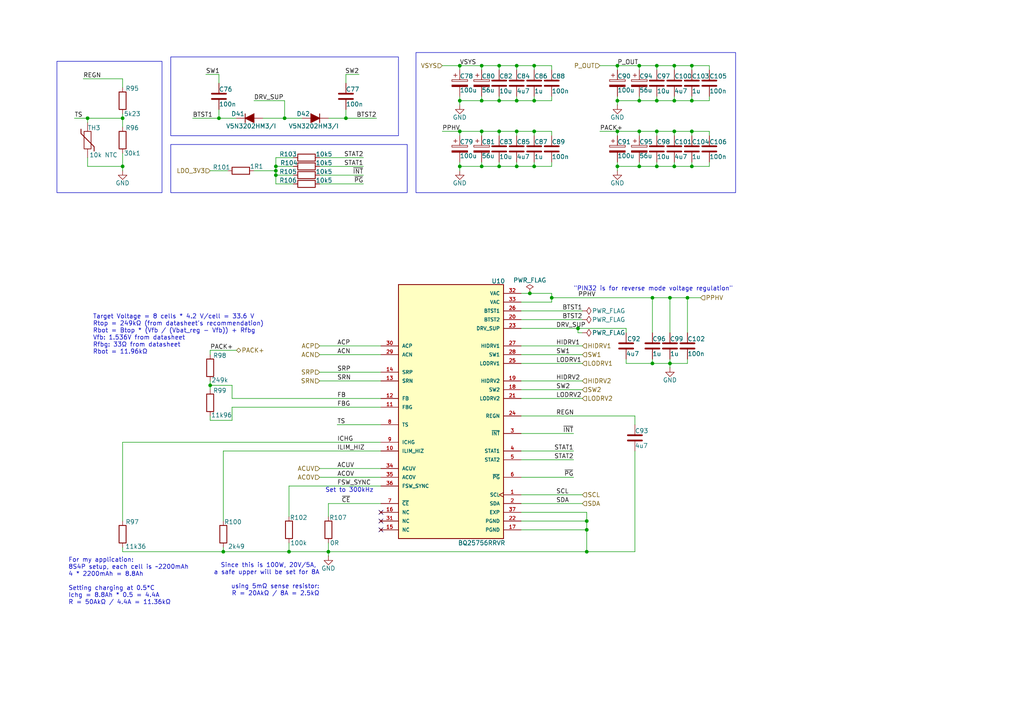
<source format=kicad_sch>
(kicad_sch (version 20250114) (generator "eeschema") (generator_version "9.0")
  (paper "A4")
  (lib_symbols
    (symbol "BQ25756RRVR:BQ25756RRVR" (pin_names (offset 1.016))
      (property "Reference" "U" (at 14.224 38.862 0))
      (property "Value" "BQ25756RRVR" (at -15.24 -38.1 0))
      (symbol "BQ25756RRVR_0_0"
        (rectangle (start -15.24 38.1) (end 15.24 -35.56) (stroke (width 0.254)) (fill (type background)))
        (pin input line (at -20.32 20.32 0) (length 5.08) (name "ACP") (number "30"))
        (pin input line (at -20.32 17.78 0) (length 5.08) (name "ACN") (number "29"))
        (pin input line (at -20.32 12.7 0) (length 5.08) (name "SRP") (number "14"))
        (pin input line (at -20.32 10.16 0) (length 5.08) (name "SRN") (number "13"))
        (pin input line (at -20.32 5.08 0) (length 5.08) (name "FB") (number "12"))
        (pin input line (at -20.32 2.54 0) (length 5.08) (name "FBG") (number "11"))
        (pin input line (at -20.32 -2.54 0) (length 5.08) (name "TS") (number "8"))
        (pin input line (at -20.32 -7.62 0) (length 5.08) (name "ICHG") (number "9"))
        (pin input line (at -20.32 -10.16 0) (length 5.08) (name "ILIM_HIZ") (number "10"))
        (pin input line (at -20.32 -15.24 0) (length 5.08) (name "ACUV") (number "34"))
        (pin input line (at -20.32 -17.78 0) (length 5.08) (name "ACOV") (number "35"))
        (pin input line (at -20.32 -20.32 0) (length 5.08) (name "FSW_SYNC") (number "36"))
        (pin bidirectional line (at -20.32 -25.4 0) (length 5.08) (name "~{CE}") (number "7"))
        (pin no_connect line (at -20.32 -27.94 0) (length 5.08) (name "NC") (number "16"))
        (pin no_connect line (at -20.32 -30.48 0) (length 5.08) (name "NC") (number "31"))
        (pin no_connect line (at -20.32 -33.02 0) (length 5.08) (name "NC") (number "15"))
        (pin power_in line (at 20.32 35.56 180) (length 5.08) (name "VAC") (number "32"))
        (pin power_in line (at 20.32 33.02 180) (length 5.08) (name "VAC") (number "33"))
        (pin power_in line (at 20.32 30.48 180) (length 5.08) (name "BTST1") (number "26"))
        (pin power_in line (at 20.32 27.94 180) (length 5.08) (name "BTST2") (number "20"))
        (pin power_in line (at 20.32 25.4 180) (length 5.08) (name "DRV_SUP") (number "23"))
        (pin output line (at 20.32 20.32 180) (length 5.08) (name "HIDRV1") (number "27"))
        (pin output line (at 20.32 17.78 180) (length 5.08) (name "SW1") (number "28"))
        (pin output line (at 20.32 15.24 180) (length 5.08) (name "LODRV1") (number "25"))
        (pin output line (at 20.32 10.16 180) (length 5.08) (name "HIDRV2") (number "19"))
        (pin output line (at 20.32 7.62 180) (length 5.08) (name "SW2") (number "18"))
        (pin output line (at 20.32 5.08 180) (length 5.08) (name "LODRV2") (number "21"))
        (pin output line (at 20.32 0 180) (length 5.08) (name "REGN") (number "24"))
        (pin output line (at 20.32 -5.08 180) (length 5.08) (name "~{INT}") (number "3"))
        (pin output line (at 20.32 -10.16 180) (length 5.08) (name "STAT1") (number "4"))
        (pin output line (at 20.32 -12.7 180) (length 5.08) (name "STAT2") (number "5"))
        (pin output line (at 20.32 -17.78 180) (length 5.08) (name "~{PG}") (number "6"))
        (pin input clock (at 20.32 -22.86 180) (length 5.08) (name "SCL") (number "1"))
        (pin bidirectional line (at 20.32 -25.4 180) (length 5.08) (name "SDA") (number "2"))
        (pin power_in line (at 20.32 -27.94 180) (length 5.08) (name "EXP") (number "37"))
        (pin power_in line (at 20.32 -30.48 180) (length 5.08) (name "PGND") (number "22"))
        (pin power_in line (at 20.32 -33.02 180) (length 5.08) (name "PGND") (number "17"))
      )
    )
    (symbol "Device:C" (pin_numbers (hide yes)) (pin_names (offset 0.254))
      (property "Reference" "C" (at 0.635 2.54 0))
      (property "Value" "C" (at 0.635 -2.54 0))
      (symbol "C_0_1"
        (polyline (pts (xy -2.032 0.762) (xy 2.032 0.762)) (stroke (width 0.508)))
        (polyline (pts (xy -2.032 -0.762) (xy 2.032 -0.762)) (stroke (width 0.508)))
      )
      (symbol "C_1_1"
        (pin passive line (at 0 3.81 270) (length 2.794) (name "~") (number "1"))
        (pin passive line (at 0 -3.81 90) (length 2.794) (name "~") (number "2"))
      )
    )
    (symbol "Device:C_Polarized" (pin_numbers (hide yes)) (pin_names (offset 0.254))
      (property "Reference" "C" (at 0.635 2.54 0))
      (property "Value" "C_Polarized" (at 0.635 -2.54 0))
      (symbol "C_Polarized_0_1"
        (rectangle (start -2.286 0.508) (end 2.286 1.016))
        (polyline (pts (xy -1.778 2.286) (xy -0.762 2.286)))
        (polyline (pts (xy -1.27 2.794) (xy -1.27 1.778)))
        (rectangle (start 2.286 -0.508) (end -2.286 -1.016) (fill (type outline)))
      )
      (symbol "C_Polarized_1_1"
        (pin passive line (at 0 3.81 270) (length 2.794) (name "~") (number "1"))
        (pin passive line (at 0 -3.81 90) (length 2.794) (name "~") (number "2"))
      )
    )
    (symbol "Device:D_Filled" (pin_numbers (hide yes)) (pin_names (offset 1.016) (hide yes))
      (property "Reference" "D" (at 0 2.54 0))
      (property "Value" "D_Filled" (at 0 -2.54 0))
      (symbol "D_Filled_0_1"
        (polyline (pts (xy -1.27 1.27) (xy -1.27 -1.27)) (stroke (width 0.254)))
        (polyline (pts (xy 1.27 1.27) (xy 1.27 -1.27) (xy -1.27 0) (xy 1.27 1.27)) (stroke (width 0.254)) (fill (type outline)))
        (polyline (pts (xy 1.27 0) (xy -1.27 0)))
      )
      (symbol "D_Filled_1_1"
        (pin passive line (at -3.81 0 0) (length 2.54) (name "K") (number "1"))
        (pin passive line (at 3.81 0 180) (length 2.54) (name "A") (number "2"))
      )
    )
    (symbol "Device:R" (pin_numbers (hide yes)) (pin_names (offset 0))
      (property "Reference" "R" (at 2.032 0 90))
      (property "Value" "R" (at 0 0 90))
      (symbol "R_0_1"
        (rectangle (start -1.016 -2.54) (end 1.016 2.54) (stroke (width 0.254)))
      )
      (symbol "R_1_1"
        (pin passive line (at 0 3.81 270) (length 1.27) (name "~") (number "1"))
        (pin passive line (at 0 -3.81 90) (length 1.27) (name "~") (number "2"))
      )
    )
    (symbol "Device:Thermistor" (pin_numbers (hide yes)) (pin_names (offset 0))
      (property "Reference" "TH" (at 2.54 1.27 90))
      (property "Value" "Thermistor" (at -2.54 0 90))
      (symbol "Thermistor_0_1"
        (polyline (pts (xy -1.905 3.175) (xy -1.905 1.905) (xy 1.905 -1.905) (xy 1.905 -3.175) (xy 1.905 -3.175)) (stroke (width 0.254)))
        (rectangle (start -1.016 2.54) (end 1.016 -2.54) (stroke (width 0.2032)))
      )
      (symbol "Thermistor_1_1"
        (pin passive line (at 0 5.08 270) (length 2.54) (name "~") (number "1"))
        (pin passive line (at 0 -5.08 90) (length 2.54) (name "~") (number "2"))
      )
    )
    (symbol "power:GND" (power) (pin_numbers (hide yes)) (pin_names (offset 0) (hide yes))
      (property "Value" "GND" (at 0 -3.81 0))
      (symbol "GND_0_1"
        (polyline (pts (xy 0 0) (xy 0 -1.27) (xy 1.27 -1.27) (xy 0 -2.54) (xy -1.27 -1.27) (xy 0 -1.27)))
      )
      (symbol "GND_1_1"
        (pin power_in line (at 0 0 270) (length 0) (name "~") (number "1"))
      )
    )
    (symbol "power:PWR_FLAG" (power) (pin_numbers (hide yes)) (pin_names (offset 0) (hide yes))
      (property "Value" "PWR_FLAG" (at 0 3.81 0))
      (symbol "PWR_FLAG_0_0"
        (pin power_out line (at 0 0 90) (length 0) (name "~") (number "1"))
      )
      (symbol "PWR_FLAG_0_1"
        (polyline (pts (xy 0 0) (xy 0 1.27) (xy -1.016 1.905) (xy 0 2.54) (xy 1.016 1.905) (xy 0 1.27)))
      )
    )
  )
  (rectangle (start 49.53 41.91) (end 118.11 55.88))
  (rectangle (start 120.65 15.24) (end 213.36 55.88))
  (rectangle (start 16.51 17.78) (end 46.99 55.88))
  (rectangle (start 49.53 16.51) (end 115.57 39.37))
  (text "For my application:\n8S4P setup, each cell is ~2200mAh\n4 * 2200mAh = 8.8Ah\n\nSetting charging at 0.5*C\nIchg = 8.8Ah * 0.5 = 4.4A\nR = 50AkΩ / 4.4A = 11.36kΩ" (at 19.812 168.656 0) (effects (font (size 1.27 1.27)) (justify left)))
  (text "Since this is 100W, 20V/5A, \na safe upper will be set for 8A\n\nusing 5mΩ sense resistor:\nR = 20AkΩ / 8A = 2.5kΩ" (at 92.71 168.148 0) (effects (font (size 1.27 1.27)) (justify right)))
  (text "Target Voltage = 8 cells * 4.2 V/cell = 33.6 V\nRtop = 249kΩ (from datasheet's recommendation)\nRbot = Btop * (Vfb / (Vbat_reg - Vfb)) + Rfbg\nVfb: 1.536V from datasheet\nRfbg: 33Ω from datasheet\nRbot = 11.96kΩ" (at 26.924 97.028 0) (effects (font (size 1.27 1.27)) (justify left)))
  (text "Set to 300kHz" (at 101.346 142.24 0) (effects (font (size 1.27 1.27))))
  (text "\"PIN32 is for reverse mode voltage regulation\"" (at 189.484 83.82 0) (effects (font (size 1.27 1.27))))
  (junction (at 160.02 86.36))
  (junction (at 25.4 34.29))
  (junction (at 190.5 29.21))
  (junction (at 149.86 29.21))
  (junction (at 195.58 19.05))
  (junction (at 200.66 48.26))
  (junction (at 153.67 85.09))
  (junction (at 179.07 48.26))
  (junction (at 170.18 151.13))
  (junction (at 149.86 19.05))
  (junction (at 179.07 19.05))
  (junction (at 63.5 34.29))
  (junction (at 189.23 86.36))
  (junction (at 35.56 48.26))
  (junction (at 144.78 19.05))
  (junction (at 100.33 34.29))
  (junction (at 133.35 29.21))
  (junction (at 200.66 19.05))
  (junction (at 195.58 38.1))
  (junction (at 185.42 19.05))
  (junction (at 185.42 29.21))
  (junction (at 189.23 105.41))
  (junction (at 83.82 160.02))
  (junction (at 80.01 49.53))
  (junction (at 64.77 160.02))
  (junction (at 133.35 19.05))
  (junction (at 194.31 86.36))
  (junction (at 194.31 105.41))
  (junction (at 195.58 48.26))
  (junction (at 144.78 29.21))
  (junction (at 179.07 29.21))
  (junction (at 185.42 48.26))
  (junction (at 199.39 86.36))
  (junction (at 144.78 38.1))
  (junction (at 139.7 29.21))
  (junction (at 195.58 29.21))
  (junction (at 154.94 48.26))
  (junction (at 190.5 38.1))
  (junction (at 170.18 153.67))
  (junction (at 139.7 38.1))
  (junction (at 154.94 38.1))
  (junction (at 154.94 29.21))
  (junction (at 200.66 38.1))
  (junction (at 185.42 38.1))
  (junction (at 167.64 95.25))
  (junction (at 133.35 48.26))
  (junction (at 190.5 19.05))
  (junction (at 149.86 38.1))
  (junction (at 190.5 48.26))
  (junction (at 133.35 38.1))
  (junction (at 139.7 19.05))
  (junction (at 80.01 48.26))
  (junction (at 170.18 160.02))
  (junction (at 179.07 38.1))
  (junction (at 144.78 48.26))
  (junction (at 80.01 50.8))
  (junction (at 154.94 19.05))
  (junction (at 149.86 48.26))
  (junction (at 200.66 29.21))
  (junction (at 60.96 111.76))
  (junction (at 95.25 160.02))
  (junction (at 139.7 48.26))
  (junction (at 82.55 34.29))
  (junction (at 35.56 34.29))
  (no_connect (at 110.49 153.67))
  (no_connect (at 110.49 151.13))
  (no_connect (at 110.49 148.59))
  (wire (pts (xy 185.42 19.05) (xy 185.42 20.32)))
  (wire (pts (xy 85.09 48.26) (xy 80.01 48.26)))
  (wire (pts (xy 179.07 48.26) (xy 185.42 48.26)))
  (wire (pts (xy 35.56 22.86) (xy 35.56 25.4)))
  (wire (pts (xy 35.56 128.27) (xy 35.56 151.13)))
  (wire (pts (xy 80.01 45.72) (xy 80.01 48.26)))
  (wire (pts (xy 80.01 49.53) (xy 80.01 50.8)))
  (wire (pts (xy 184.15 130.81) (xy 184.15 160.02)))
  (wire (pts (xy 128.27 19.05) (xy 133.35 19.05)))
  (wire (pts (xy 83.82 160.02) (xy 95.25 160.02)))
  (wire (pts (xy 195.58 48.26) (xy 200.66 48.26)))
  (wire (pts (xy 154.94 48.26) (xy 160.02 48.26)))
  (wire (pts (xy 199.39 104.14) (xy 199.39 105.41)))
  (wire (pts (xy 60.96 121.92) (xy 60.96 120.65)))
  (wire (pts (xy 167.64 96.52) (xy 167.64 95.25)))
  (wire (pts (xy 185.42 38.1) (xy 190.5 38.1)))
  (wire (pts (xy 179.07 46.99) (xy 179.07 48.26)))
  (wire (pts (xy 35.56 44.45) (xy 35.56 48.26)))
  (wire (pts (xy 35.56 160.02) (xy 35.56 158.75)))
  (wire (pts (xy 154.94 38.1) (xy 154.94 39.37)))
  (wire (pts (xy 160.02 46.99) (xy 160.02 48.26)))
  (wire (pts (xy 151.13 95.25) (xy 167.64 95.25)))
  (wire (pts (xy 83.82 140.97) (xy 110.49 140.97)))
  (wire (pts (xy 184.15 160.02) (xy 170.18 160.02)))
  (wire (pts (xy 151.13 148.59) (xy 170.18 148.59)))
  (wire (pts (xy 80.01 50.8) (xy 80.01 53.34)))
  (wire (pts (xy 64.77 130.81) (xy 64.77 151.13)))
  (wire (pts (xy 149.86 29.21) (xy 154.94 29.21)))
  (wire (pts (xy 35.56 128.27) (xy 110.49 128.27)))
  (wire (pts (xy 76.2 34.29) (xy 82.55 34.29)))
  (wire (pts (xy 160.02 19.05) (xy 160.02 20.32)))
  (wire (pts (xy 67.31 115.57) (xy 67.31 111.76)))
  (wire (pts (xy 170.18 160.02) (xy 170.18 153.67)))
  (wire (pts (xy 190.5 38.1) (xy 190.5 39.37)))
  (wire (pts (xy 85.09 50.8) (xy 80.01 50.8)))
  (wire (pts (xy 185.42 46.99) (xy 185.42 48.26)))
  (wire (pts (xy 67.31 118.11) (xy 110.49 118.11)))
  (wire (pts (xy 63.5 21.59) (xy 63.5 24.13)))
  (wire (pts (xy 149.86 46.99) (xy 149.86 48.26)))
  (wire (pts (xy 151.13 102.87) (xy 168.91 102.87)))
  (wire (pts (xy 151.13 138.43) (xy 166.37 138.43)))
  (wire (pts (xy 181.61 105.41) (xy 181.61 104.14)))
  (wire (pts (xy 35.56 34.29) (xy 35.56 36.83)))
  (wire (pts (xy 139.7 27.94) (xy 139.7 29.21)))
  (wire (pts (xy 92.71 100.33) (xy 110.49 100.33)))
  (wire (pts (xy 92.71 48.26) (xy 105.41 48.26)))
  (wire (pts (xy 179.07 19.05) (xy 185.42 19.05)))
  (wire (pts (xy 173.99 19.05) (xy 179.07 19.05)))
  (wire (pts (xy 144.78 27.94) (xy 144.78 29.21)))
  (wire (pts (xy 189.23 86.36) (xy 194.31 86.36)))
  (wire (pts (xy 200.66 38.1) (xy 200.66 39.37)))
  (wire (pts (xy 59.69 21.59) (xy 63.5 21.59)))
  (wire (pts (xy 64.77 160.02) (xy 83.82 160.02)))
  (wire (pts (xy 184.15 123.19) (xy 184.15 120.65)))
  (wire (pts (xy 139.7 48.26) (xy 144.78 48.26)))
  (wire (pts (xy 151.13 105.41) (xy 168.91 105.41)))
  (wire (pts (xy 151.13 92.71) (xy 168.91 92.71)))
  (wire (pts (xy 85.09 45.72) (xy 80.01 45.72)))
  (wire (pts (xy 195.58 46.99) (xy 195.58 48.26)))
  (wire (pts (xy 185.42 29.21) (xy 190.5 29.21)))
  (wire (pts (xy 35.56 48.26) (xy 35.56 49.53)))
  (wire (pts (xy 195.58 38.1) (xy 200.66 38.1)))
  (wire (pts (xy 194.31 105.41) (xy 194.31 106.68)))
  (wire (pts (xy 189.23 105.41) (xy 194.31 105.41)))
  (wire (pts (xy 200.66 27.94) (xy 200.66 29.21)))
  (wire (pts (xy 195.58 38.1) (xy 195.58 39.37)))
  (wire (pts (xy 139.7 38.1) (xy 144.78 38.1)))
  (wire (pts (xy 151.13 120.65) (xy 184.15 120.65)))
  (wire (pts (xy 190.5 19.05) (xy 195.58 19.05)))
  (wire (pts (xy 151.13 146.05) (xy 168.91 146.05)))
  (wire (pts (xy 153.67 85.09) (xy 151.13 85.09)))
  (wire (pts (xy 68.58 101.6) (xy 60.96 101.6)))
  (wire (pts (xy 200.66 29.21) (xy 205.74 29.21)))
  (wire (pts (xy 60.96 101.6) (xy 60.96 102.87)))
  (wire (pts (xy 73.66 49.53) (xy 80.01 49.53)))
  (wire (pts (xy 95.25 146.05) (xy 110.49 146.05)))
  (wire (pts (xy 149.86 38.1) (xy 154.94 38.1)))
  (wire (pts (xy 151.13 90.17) (xy 168.91 90.17)))
  (wire (pts (xy 190.5 29.21) (xy 195.58 29.21)))
  (wire (pts (xy 133.35 48.26) (xy 139.7 48.26)))
  (wire (pts (xy 160.02 86.36) (xy 160.02 85.09)))
  (wire (pts (xy 67.31 111.76) (xy 60.96 111.76)))
  (wire (pts (xy 179.07 38.1) (xy 179.07 39.37)))
  (wire (pts (xy 100.33 21.59) (xy 104.14 21.59)))
  (wire (pts (xy 133.35 19.05) (xy 139.7 19.05)))
  (wire (pts (xy 133.35 29.21) (xy 133.35 30.48)))
  (wire (pts (xy 160.02 86.36) (xy 160.02 87.63)))
  (wire (pts (xy 199.39 86.36) (xy 199.39 96.52)))
  (wire (pts (xy 55.88 34.29) (xy 63.5 34.29)))
  (wire (pts (xy 133.35 38.1) (xy 133.35 39.37)))
  (wire (pts (xy 190.5 46.99) (xy 190.5 48.26)))
  (wire (pts (xy 151.13 113.03) (xy 168.91 113.03)))
  (wire (pts (xy 199.39 86.36) (xy 203.2 86.36)))
  (wire (pts (xy 95.25 149.86) (xy 95.25 146.05)))
  (wire (pts (xy 35.56 33.02) (xy 35.56 34.29)))
  (wire (pts (xy 133.35 48.26) (xy 133.35 49.53)))
  (wire (pts (xy 181.61 105.41) (xy 189.23 105.41)))
  (wire (pts (xy 128.27 38.1) (xy 133.35 38.1)))
  (wire (pts (xy 144.78 19.05) (xy 149.86 19.05)))
  (wire (pts (xy 200.66 19.05) (xy 205.74 19.05)))
  (wire (pts (xy 185.42 38.1) (xy 185.42 39.37)))
  (wire (pts (xy 154.94 46.99) (xy 154.94 48.26)))
  (wire (pts (xy 25.4 45.72) (xy 25.4 48.26)))
  (wire (pts (xy 92.71 50.8) (xy 105.41 50.8)))
  (wire (pts (xy 179.07 29.21) (xy 185.42 29.21)))
  (wire (pts (xy 92.71 135.89) (xy 110.49 135.89)))
  (wire (pts (xy 190.5 19.05) (xy 190.5 20.32)))
  (wire (pts (xy 67.31 118.11) (xy 67.31 121.92)))
  (wire (pts (xy 73.66 29.21) (xy 82.55 29.21)))
  (wire (pts (xy 60.96 111.76) (xy 60.96 113.03)))
  (wire (pts (xy 92.71 45.72) (xy 105.41 45.72)))
  (wire (pts (xy 154.94 38.1) (xy 160.02 38.1)))
  (wire (pts (xy 205.74 38.1) (xy 205.74 39.37)))
  (wire (pts (xy 168.91 96.52) (xy 167.64 96.52)))
  (wire (pts (xy 170.18 153.67) (xy 170.18 151.13)))
  (wire (pts (xy 194.31 86.36) (xy 194.31 96.52)))
  (wire (pts (xy 151.13 110.49) (xy 168.91 110.49)))
  (wire (pts (xy 160.02 38.1) (xy 160.02 39.37)))
  (wire (pts (xy 160.02 27.94) (xy 160.02 29.21)))
  (wire (pts (xy 60.96 49.53) (xy 66.04 49.53)))
  (wire (pts (xy 144.78 29.21) (xy 149.86 29.21)))
  (wire (pts (xy 63.5 34.29) (xy 68.58 34.29)))
  (wire (pts (xy 151.13 115.57) (xy 168.91 115.57)))
  (wire (pts (xy 160.02 86.36) (xy 189.23 86.36)))
  (wire (pts (xy 64.77 130.81) (xy 110.49 130.81)))
  (wire (pts (xy 194.31 104.14) (xy 194.31 105.41)))
  (wire (pts (xy 154.94 19.05) (xy 160.02 19.05)))
  (wire (pts (xy 82.55 29.21) (xy 82.55 34.29)))
  (wire (pts (xy 179.07 27.94) (xy 179.07 29.21)))
  (wire (pts (xy 149.86 19.05) (xy 149.86 20.32)))
  (wire (pts (xy 64.77 160.02) (xy 64.77 158.75)))
  (wire (pts (xy 185.42 27.94) (xy 185.42 29.21)))
  (wire (pts (xy 200.66 38.1) (xy 205.74 38.1)))
  (wire (pts (xy 83.82 140.97) (xy 83.82 149.86)))
  (wire (pts (xy 24.13 22.86) (xy 35.56 22.86)))
  (wire (pts (xy 95.25 160.02) (xy 95.25 161.29)))
  (wire (pts (xy 25.4 34.29) (xy 35.56 34.29)))
  (wire (pts (xy 139.7 19.05) (xy 139.7 20.32)))
  (wire (pts (xy 200.66 19.05) (xy 200.66 20.32)))
  (wire (pts (xy 144.78 38.1) (xy 149.86 38.1)))
  (wire (pts (xy 139.7 19.05) (xy 144.78 19.05)))
  (wire (pts (xy 151.13 130.81) (xy 166.37 130.81)))
  (wire (pts (xy 189.23 104.14) (xy 189.23 105.41)))
  (wire (pts (xy 67.31 115.57) (xy 110.49 115.57)))
  (wire (pts (xy 185.42 19.05) (xy 190.5 19.05)))
  (wire (pts (xy 194.31 105.41) (xy 199.39 105.41)))
  (wire (pts (xy 194.31 86.36) (xy 199.39 86.36)))
  (wire (pts (xy 189.23 86.36) (xy 189.23 96.52)))
  (wire (pts (xy 179.07 38.1) (xy 185.42 38.1)))
  (wire (pts (xy 151.13 100.33) (xy 168.91 100.33)))
  (wire (pts (xy 35.56 160.02) (xy 64.77 160.02)))
  (wire (pts (xy 205.74 19.05) (xy 205.74 20.32)))
  (wire (pts (xy 185.42 48.26) (xy 190.5 48.26)))
  (wire (pts (xy 173.99 38.1) (xy 179.07 38.1)))
  (wire (pts (xy 92.71 138.43) (xy 110.49 138.43)))
  (wire (pts (xy 139.7 46.99) (xy 139.7 48.26)))
  (wire (pts (xy 179.07 48.26) (xy 179.07 49.53)))
  (wire (pts (xy 154.94 19.05) (xy 154.94 20.32)))
  (wire (pts (xy 133.35 29.21) (xy 139.7 29.21)))
  (wire (pts (xy 144.78 48.26) (xy 149.86 48.26)))
  (wire (pts (xy 82.55 34.29) (xy 87.63 34.29)))
  (wire (pts (xy 190.5 48.26) (xy 195.58 48.26)))
  (wire (pts (xy 67.31 121.92) (xy 60.96 121.92)))
  (wire (pts (xy 149.86 48.26) (xy 154.94 48.26)))
  (wire (pts (xy 97.79 123.19) (xy 110.49 123.19)))
  (wire (pts (xy 95.25 157.48) (xy 95.25 160.02)))
  (wire (pts (xy 144.78 46.99) (xy 144.78 48.26)))
  (wire (pts (xy 133.35 46.99) (xy 133.35 48.26)))
  (wire (pts (xy 139.7 29.21) (xy 144.78 29.21)))
  (wire (pts (xy 95.25 160.02) (xy 170.18 160.02)))
  (wire (pts (xy 167.64 95.25) (xy 181.61 95.25)))
  (wire (pts (xy 100.33 34.29) (xy 109.22 34.29)))
  (wire (pts (xy 195.58 27.94) (xy 195.58 29.21)))
  (wire (pts (xy 149.86 27.94) (xy 149.86 29.21)))
  (wire (pts (xy 195.58 19.05) (xy 200.66 19.05)))
  (wire (pts (xy 83.82 157.48) (xy 83.82 160.02)))
  (wire (pts (xy 92.71 102.87) (xy 110.49 102.87)))
  (wire (pts (xy 95.25 34.29) (xy 100.33 34.29)))
  (wire (pts (xy 205.74 27.94) (xy 205.74 29.21)))
  (wire (pts (xy 160.02 85.09) (xy 153.67 85.09)))
  (wire (pts (xy 92.71 110.49) (xy 110.49 110.49)))
  (wire (pts (xy 160.02 87.63) (xy 151.13 87.63)))
  (wire (pts (xy 133.35 19.05) (xy 133.35 20.32)))
  (wire (pts (xy 139.7 38.1) (xy 139.7 39.37)))
  (wire (pts (xy 154.94 27.94) (xy 154.94 29.21)))
  (wire (pts (xy 92.71 107.95) (xy 110.49 107.95)))
  (wire (pts (xy 170.18 148.59) (xy 170.18 151.13)))
  (wire (pts (xy 144.78 19.05) (xy 144.78 20.32)))
  (wire (pts (xy 92.71 53.34) (xy 105.41 53.34)))
  (wire (pts (xy 195.58 29.21) (xy 200.66 29.21)))
  (wire (pts (xy 195.58 19.05) (xy 195.58 20.32)))
  (wire (pts (xy 25.4 34.29) (xy 25.4 35.56)))
  (wire (pts (xy 60.96 110.49) (xy 60.96 111.76)))
  (wire (pts (xy 151.13 143.51) (xy 168.91 143.51)))
  (wire (pts (xy 190.5 27.94) (xy 190.5 29.21)))
  (wire (pts (xy 80.01 53.34) (xy 85.09 53.34)))
  (wire (pts (xy 25.4 48.26) (xy 35.56 48.26)))
  (wire (pts (xy 149.86 38.1) (xy 149.86 39.37)))
  (wire (pts (xy 205.74 46.99) (xy 205.74 48.26)))
  (wire (pts (xy 133.35 38.1) (xy 139.7 38.1)))
  (wire (pts (xy 149.86 19.05) (xy 154.94 19.05)))
  (wire (pts (xy 100.33 34.29) (xy 100.33 31.75)))
  (wire (pts (xy 200.66 48.26) (xy 205.74 48.26)))
  (wire (pts (xy 154.94 29.21) (xy 160.02 29.21)))
  (wire (pts (xy 151.13 153.67) (xy 170.18 153.67)))
  (wire (pts (xy 100.33 21.59) (xy 100.33 24.13)))
  (wire (pts (xy 179.07 19.05) (xy 179.07 20.32)))
  (wire (pts (xy 80.01 48.26) (xy 80.01 49.53)))
  (wire (pts (xy 200.66 46.99) (xy 200.66 48.26)))
  (wire (pts (xy 151.13 151.13) (xy 170.18 151.13)))
  (wire (pts (xy 21.59 34.29) (xy 25.4 34.29)))
  (wire (pts (xy 151.13 125.73) (xy 166.37 125.73)))
  (wire (pts (xy 181.61 95.25) (xy 181.61 96.52)))
  (wire (pts (xy 179.07 29.21) (xy 179.07 30.48)))
  (wire (pts (xy 190.5 38.1) (xy 195.58 38.1)))
  (wire (pts (xy 144.78 38.1) (xy 144.78 39.37)))
  (wire (pts (xy 151.13 133.35) (xy 166.37 133.35)))
  (wire (pts (xy 133.35 27.94) (xy 133.35 29.21)))
  (wire (pts (xy 63.5 31.75) (xy 63.5 34.29)))
  (label "ILIM_HIZ" (at 97.79 130.81 0))
  (label "TS" (at 21.59 34.29 0))
  (label "LODRV2" (at 161.29 115.57 0))
  (label "SW1" (at 59.69 21.59 0))
  (label "ICHG" (at 97.79 128.27 0))
  (label "~{PG}" (at 166.37 138.43 180))
  (label "BTST2" (at 168.91 92.71 180))
  (label "P_OUT" (at 179.07 19.05 0))
  (label "ACP" (at 97.79 100.33 0))
  (label "~{INT}" (at 166.37 125.73 180))
  (label "SW2" (at 104.14 21.59 180))
  (label "VSYS" (at 133.35 19.05 0))
  (label "PACK+" (at 60.96 101.6 0))
  (label "STAT2" (at 105.41 45.72 180))
  (label "FSW_SYNC" (at 97.79 140.97 0))
  (label "BTST2" (at 109.22 34.29 180))
  (label "SDA" (at 161.29 146.05 0))
  (label "DRV_SUP" (at 73.66 29.21 0))
  (label "~{INT}" (at 105.41 50.8 180))
  (label "BTST1" (at 55.88 34.29 0))
  (label "TS" (at 97.79 123.19 0))
  (label "STAT1" (at 166.37 130.81 180))
  (label "SCL" (at 161.29 143.51 0))
  (label "BTST1" (at 168.91 90.17 180))
  (label "DRV_SUP" (at 161.29 95.25 0))
  (label "FBG" (at 97.79 118.11 0))
  (label "REGN" (at 161.29 120.65 0))
  (label "HIDRV1" (at 161.29 100.33 0))
  (label "SW1" (at 161.29 102.87 0))
  (label "SRN" (at 97.79 110.49 0))
  (label "SRP" (at 97.79 107.95 0))
  (label "SW2" (at 161.29 113.03 0))
  (label "PACK+" (at 173.99 38.1 0))
  (label "~{CE}" (at 99.06 146.05 0))
  (label "HIDRV2" (at 161.29 110.49 0))
  (label "ACUV" (at 97.79 135.89 0))
  (label "STAT1" (at 105.41 48.26 180))
  (label "STAT2" (at 166.37 133.35 180))
  (label "ACOV" (at 97.79 138.43 0))
  (label "PPHV" (at 128.27 38.1 0))
  (label "PPHV" (at 167.64 86.36 0))
  (label "FB" (at 97.79 115.57 0))
  (label "LODRV1" (at 161.29 105.41 0))
  (label "ACN" (at 97.79 102.87 0))
  (label "REGN" (at 24.13 22.86 0))
  (label "~{PG}" (at 105.41 53.34 180))
  (hierarchical_label "LODRV2" (shape input) (at 168.91 115.57 0))
  (hierarchical_label "SDA" (shape input) (at 168.91 146.05 0))
  (hierarchical_label "P_OUT" (shape input) (at 173.99 19.05 180))
  (hierarchical_label "PACK+" (shape bidirectional) (at 68.58 101.6 0))
  (hierarchical_label "ACN" (shape input) (at 92.71 102.87 180))
  (hierarchical_label "SW1" (shape input) (at 168.91 102.87 0))
  (hierarchical_label "ACUV" (shape input) (at 92.71 135.89 180))
  (hierarchical_label "SRP" (shape input) (at 92.71 107.95 180))
  (hierarchical_label "VSYS" (shape input) (at 128.27 19.05 180))
  (hierarchical_label "HIDRV2" (shape input) (at 168.91 110.49 0))
  (hierarchical_label "LODRV1" (shape input) (at 168.91 105.41 0))
  (hierarchical_label "LDO_3V3" (shape input) (at 60.96 49.53 180))
  (hierarchical_label "HIDRV1" (shape input) (at 168.91 100.33 0))
  (hierarchical_label "ACOV" (shape input) (at 92.71 138.43 180))
  (hierarchical_label "PPHV" (shape input) (at 203.2 86.36 0))
  (hierarchical_label "SW2" (shape input) (at 168.91 113.03 0))
  (hierarchical_label "SRN" (shape input) (at 92.71 110.49 180))
  (hierarchical_label "ACP" (shape input) (at 92.71 100.33 180))
  (hierarchical_label "SCL" (shape input) (at 168.91 143.51 0))
  (symbol (lib_id "Device:C") (at 160.02 24.13 0) (unit 1)
    (property "Reference" "C88" (at 160.02 22.098 0) (effects (justify left)))
    (property "Value" "100n" (at 160.02 26.416 0) (effects (justify left)))
    (property "Description" "Unpolarized capacitor" (effects (hide yes)))
  )
  (symbol (lib_id "Device:R") (at 88.9 53.34 90) (mirror x) (unit 1)
    (property "Reference" "R106" (at 83.566 52.324 90))
    (property "Value" "10k5" (at 93.98 52.324 90))
    (property "Description" "Resistor" (effects (hide yes)))
  )
  (symbol (lib_id "power:PWR_FLAG") (at 168.91 96.52 270) (unit 1)
    (property "Reference" "#FLG013" (effects (hide yes)))
    (property "Value" "PWR_FLAG" (at 176.53 96.52 90))
    (property "Description" "Special symbol for telling ERC where power comes from" (effects (hide yes)))
  )
  (symbol (lib_id "Device:C_Polarized") (at 179.07 43.18 0) (unit 1)
    (property "Reference" "C91" (at 179.07 41.148 0) (effects (justify left)))
    (property "Value" "100u" (at 179.07 45.212 0) (effects (justify left)))
    (property "Description" "Polarized capacitor" (effects (hide yes)))
  )
  (symbol (lib_id "Device:C") (at 154.94 24.13 0) (unit 1)
    (property "Reference" "C86" (at 154.94 22.098 0) (effects (justify left)))
    (property "Value" "1u" (at 154.94 26.416 0) (effects (justify left)))
    (property "Description" "Unpolarized capacitor" (effects (hide yes)))
  )
  (symbol (lib_id "power:GND") (at 95.25 161.29 0) (unit 1)
    (property "Reference" "#PWR052" (effects (hide yes)))
    (property "Value" "GND" (at 97.282 164.846 0) (effects (justify right)))
    (property "Description" "Power symbol creates a global label with name \"GND\" , ground" (effects (hide yes)))
  )
  (symbol (lib_id "power:GND") (at 194.31 106.68 0) (unit 1)
    (property "Reference" "#PWR057" (effects (hide yes)))
    (property "Value" "GND" (at 196.342 110.236 0) (effects (justify right)))
    (property "Description" "Power symbol creates a global label with name \"GND\" , ground" (effects (hide yes)))
  )
  (symbol (lib_id "Device:C") (at 195.58 24.13 0) (unit 1)
    (property "Reference" "C100" (at 195.58 22.098 0) (effects (justify left)))
    (property "Value" "4u7" (at 195.58 26.416 0) (effects (justify left)))
    (property "Description" "Unpolarized capacitor" (effects (hide yes)))
  )
  (symbol (lib_id "Device:D_Filled") (at 91.44 34.29 0) (mirror y) (unit 1)
    (property "Reference" "D42" (at 89.916 33.02 0) (effects (justify left)))
    (property "Value" "V5N3202HM3/I" (at 98.298 36.576 0) (effects (justify left)))
    (property "Description" "Diode, filled shape" (effects (hide yes)))
    (property "Sim.Device" "D" (effects (hide yes)))
    (property "Sim.Pins" "1=K 2=A" (effects (hide yes)))
  )
  (symbol (lib_id "Device:C") (at 200.66 43.18 0) (unit 1)
    (property "Reference" "C104" (at 200.66 41.148 0) (effects (justify left)))
    (property "Value" "1u" (at 200.66 45.466 0) (effects (justify left)))
    (property "Description" "Unpolarized capacitor" (effects (hide yes)))
  )
  (symbol (lib_id "power:GND") (at 133.35 49.53 0) (unit 1)
    (property "Reference" "#PWR054" (effects (hide yes)))
    (property "Value" "GND" (at 135.382 53.086 0) (effects (justify right)))
    (property "Description" "Power symbol creates a global label with name \"GND\" , ground" (effects (hide yes)))
  )
  (symbol (lib_id "Device:C") (at 154.94 43.18 0) (unit 1)
    (property "Reference" "C87" (at 154.94 41.148 0) (effects (justify left)))
    (property "Value" "1u" (at 154.94 45.466 0) (effects (justify left)))
    (property "Description" "Unpolarized capacitor" (effects (hide yes)))
  )
  (symbol (lib_id "Device:C") (at 194.31 100.33 0) (unit 1)
    (property "Reference" "C99" (at 194.31 98.298 0) (effects (justify left)))
    (property "Value" "1u" (at 194.31 102.616 0) (effects (justify left)))
    (property "Description" "Unpolarized capacitor" (effects (hide yes)))
  )
  (symbol (lib_id "Device:C_Polarized") (at 139.7 43.18 0) (unit 1)
    (property "Reference" "C81" (at 139.7 41.148 0) (effects (justify left)))
    (property "Value" "56u" (at 139.7 45.212 0) (effects (justify left)))
    (property "Description" "Polarized capacitor" (effects (hide yes)))
  )
  (symbol (lib_id "Device:C") (at 181.61 100.33 0) (unit 1)
    (property "Reference" "C92" (at 181.864 98.298 0) (effects (justify left)))
    (property "Value" "4u7" (at 181.61 102.616 0) (effects (justify left)))
    (property "Description" "Unpolarized capacitor" (effects (hide yes)))
  )
  (symbol (lib_id "Device:C") (at 144.78 43.18 0) (unit 1)
    (property "Reference" "C83" (at 144.78 41.148 0) (effects (justify left)))
    (property "Value" "10u" (at 144.78 45.466 0) (effects (justify left)))
    (property "Description" "Unpolarized capacitor" (effects (hide yes)))
  )
  (symbol (lib_id "Device:R") (at 60.96 106.68 180) (unit 1)
    (property "Reference" "R98" (at 63.754 103.124 0))
    (property "Value" "249k" (at 63.754 110.236 0))
    (property "Description" "Resistor" (effects (hide yes)))
  )
  (symbol (lib_id "Device:C") (at 199.39 100.33 0) (unit 1)
    (property "Reference" "C102" (at 199.39 98.298 0) (effects (justify left)))
    (property "Value" "100n" (at 199.39 102.616 0) (effects (justify left)))
    (property "Description" "Unpolarized capacitor" (effects (hide yes)))
  )
  (symbol (lib_id "Device:R") (at 88.9 48.26 90) (mirror x) (unit 1)
    (property "Reference" "R104" (at 83.82 47.244 90))
    (property "Value" "10k5" (at 93.98 47.244 90))
    (property "Description" "Resistor" (effects (hide yes)))
  )
  (symbol (lib_id "Device:R") (at 35.56 154.94 180) (unit 1)
    (property "Reference" "R97" (at 38.354 151.384 0))
    (property "Value" "11k36" (at 39.37 158.496 0))
    (property "Description" "Resistor" (effects (hide yes)))
  )
  (symbol (lib_id "Device:R") (at 64.77 154.94 180) (unit 1)
    (property "Reference" "R100" (at 67.564 151.384 0))
    (property "Value" "2k49" (at 68.58 158.496 0))
    (property "Description" "Resistor" (effects (hide yes)))
  )
  (symbol (lib_id "Device:R") (at 35.56 29.21 180) (unit 1)
    (property "Reference" "R95" (at 38.354 25.654 0))
    (property "Value" "5k23" (at 38.354 33.02 0))
    (property "Description" "Resistor" (effects (hide yes)))
  )
  (symbol (lib_id "Device:C") (at 160.02 43.18 0) (unit 1)
    (property "Reference" "C89" (at 160.02 41.148 0) (effects (justify left)))
    (property "Value" "100n" (at 160.02 45.466 0) (effects (justify left)))
    (property "Description" "Unpolarized capacitor" (effects (hide yes)))
  )
  (symbol (lib_id "Device:C") (at 184.15 127 0) (unit 1)
    (property "Reference" "C93" (at 184.15 124.968 0) (effects (justify left)))
    (property "Value" "4u7" (at 184.15 129.286 0) (effects (justify left)))
    (property "Description" "Unpolarized capacitor" (effects (hide yes)))
  )
  (symbol (lib_id "Device:R") (at 35.56 40.64 180) (unit 1)
    (property "Reference" "R96" (at 38.354 37.084 0))
    (property "Value" "30k1" (at 38.354 44.45 0))
    (property "Description" "Resistor" (effects (hide yes)))
  )
  (symbol (lib_id "Device:C_Polarized") (at 179.07 24.13 0) (unit 1)
    (property "Reference" "C90" (at 179.07 22.098 0) (effects (justify left)))
    (property "Value" "100u" (at 179.07 26.162 0) (effects (justify left)))
    (property "Description" "Polarized capacitor" (effects (hide yes)))
  )
  (symbol (lib_id "Device:C") (at 63.5 27.94 0) (unit 1)
    (property "Reference" "C76" (at 63.5 25.908 0) (effects (justify left)))
    (property "Value" "100n" (at 63.5 30.226 0) (effects (justify left)))
    (property "Description" "Unpolarized capacitor" (effects (hide yes)))
  )
  (symbol (lib_id "Device:R") (at 69.85 49.53 90) (unit 1)
    (property "Reference" "R101" (at 64.262 48.514 90))
    (property "Value" "1R1" (at 74.422 48.26 90))
    (property "Description" "Resistor" (effects (hide yes)))
  )
  (symbol (lib_id "Device:C") (at 195.58 43.18 0) (unit 1)
    (property "Reference" "C101" (at 195.58 41.148 0) (effects (justify left)))
    (property "Value" "4u7" (at 195.58 45.466 0) (effects (justify left)))
    (property "Description" "Unpolarized capacitor" (effects (hide yes)))
  )
  (symbol (lib_id "Device:C") (at 149.86 24.13 0) (unit 1)
    (property "Reference" "C84" (at 149.86 22.098 0) (effects (justify left)))
    (property "Value" "4u7" (at 149.86 26.416 0) (effects (justify left)))
    (property "Description" "Unpolarized capacitor" (effects (hide yes)))
  )
  (symbol (lib_id "power:PWR_FLAG") (at 168.91 92.71 270) (unit 1)
    (property "Reference" "#FLG012" (effects (hide yes)))
    (property "Value" "PWR_FLAG" (at 176.53 92.71 90))
    (property "Description" "Special symbol for telling ERC where power comes from" (effects (hide yes)))
  )
  (symbol (lib_id "Device:Thermistor") (at 25.4 40.64 0) (unit 1)
    (property "Reference" "TH3" (at 25.4 37.084 0) (effects (justify left)))
    (property "Value" "10k NTC" (at 25.908 44.958 0) (effects (justify left)))
    (property "Description" "Temperature dependent resistor" (effects (hide yes)))
  )
  (symbol (lib_id "Device:C") (at 149.86 43.18 0) (unit 1)
    (property "Reference" "C85" (at 149.86 41.148 0) (effects (justify left)))
    (property "Value" "4u7" (at 149.86 45.466 0) (effects (justify left)))
    (property "Description" "Unpolarized capacitor" (effects (hide yes)))
  )
  (symbol (lib_id "Device:C") (at 205.74 24.13 0) (unit 1)
    (property "Reference" "C105" (at 205.74 22.098 0) (effects (justify left)))
    (property "Value" "100n" (at 205.74 26.416 0) (effects (justify left)))
    (property "Description" "Unpolarized capacitor" (effects (hide yes)))
  )
  (symbol (lib_id "Device:C") (at 205.74 43.18 0) (unit 1)
    (property "Reference" "C106" (at 205.74 41.148 0) (effects (justify left)))
    (property "Value" "100n" (at 205.74 45.466 0) (effects (justify left)))
    (property "Description" "Unpolarized capacitor" (effects (hide yes)))
  )
  (symbol (lib_id "power:GND") (at 35.56 49.53 0) (unit 1)
    (property "Reference" "#PWR051" (effects (hide yes)))
    (property "Value" "GND" (at 37.592 53.086 0) (effects (justify right)))
    (property "Description" "Power symbol creates a global label with name \"GND\" , ground" (effects (hide yes)))
  )
  (symbol (lib_id "Device:C") (at 190.5 43.18 0) (unit 1)
    (property "Reference" "C98" (at 190.5 41.148 0) (effects (justify left)))
    (property "Value" "10u" (at 190.5 45.466 0) (effects (justify left)))
    (property "Description" "Unpolarized capacitor" (effects (hide yes)))
  )
  (symbol (lib_id "Device:R") (at 83.82 153.67 180) (unit 1)
    (property "Reference" "R102" (at 86.614 150.114 0))
    (property "Value" "100k" (at 86.614 157.48 0))
    (property "Description" "Resistor" (effects (hide yes)))
  )
  (symbol (lib_id "Device:R") (at 88.9 50.8 90) (mirror x) (unit 1)
    (property "Reference" "R105" (at 83.566 49.784 90))
    (property "Value" "10k5" (at 93.98 49.784 90))
    (property "Description" "Resistor" (effects (hide yes)))
  )
  (symbol (lib_id "Device:C_Polarized") (at 185.42 24.13 0) (unit 1)
    (property "Reference" "C94" (at 185.42 22.098 0) (effects (justify left)))
    (property "Value" "56u" (at 185.42 26.162 0) (effects (justify left)))
    (property "Description" "Polarized capacitor" (effects (hide yes)))
  )
  (symbol (lib_id "Device:R") (at 88.9 45.72 90) (mirror x) (unit 1)
    (property "Reference" "R103" (at 83.566 44.704 90))
    (property "Value" "10k5" (at 93.98 44.704 90))
    (property "Description" "Resistor" (effects (hide yes)))
  )
  (symbol (lib_id "Device:C") (at 144.78 24.13 0) (unit 1)
    (property "Reference" "C82" (at 144.78 22.098 0) (effects (justify left)))
    (property "Value" "10u" (at 144.78 26.416 0) (effects (justify left)))
    (property "Description" "Unpolarized capacitor" (effects (hide yes)))
  )
  (symbol (lib_id "Device:C_Polarized") (at 139.7 24.13 0) (unit 1)
    (property "Reference" "C80" (at 139.7 22.098 0) (effects (justify left)))
    (property "Value" "56u" (at 139.7 26.162 0) (effects (justify left)))
    (property "Description" "Polarized capacitor" (effects (hide yes)))
  )
  (symbol (lib_id "power:PWR_FLAG") (at 153.67 85.09 0) (unit 1)
    (property "Reference" "#FLG010" (effects (hide yes)))
    (property "Value" "PWR_FLAG" (at 153.67 81.28 0))
    (property "Description" "Special symbol for telling ERC where power comes from" (effects (hide yes)))
  )
  (symbol (lib_id "power:GND") (at 179.07 30.48 0) (unit 1)
    (property "Reference" "#PWR055" (effects (hide yes)))
    (property "Value" "GND" (at 181.102 34.036 0) (effects (justify right)))
    (property "Description" "Power symbol creates a global label with name \"GND\" , ground" (effects (hide yes)))
  )
  (symbol (lib_id "Device:C_Polarized") (at 133.35 24.13 0) (unit 1)
    (property "Reference" "C78" (at 133.35 22.098 0) (effects (justify left)))
    (property "Value" "100u" (at 133.35 26.162 0) (effects (justify left)))
    (property "Description" "Polarized capacitor" (effects (hide yes)))
  )
  (symbol (lib_id "Device:C") (at 100.33 27.94 0) (unit 1)
    (property "Reference" "C77" (at 100.33 25.908 0) (effects (justify left)))
    (property "Value" "100n" (at 100.33 30.226 0) (effects (justify left)))
    (property "Description" "Unpolarized capacitor" (effects (hide yes)))
  )
  (symbol (lib_id "power:PWR_FLAG") (at 168.91 90.17 270) (unit 1)
    (property "Reference" "#FLG011" (effects (hide yes)))
    (property "Value" "PWR_FLAG" (at 176.53 90.17 90))
    (property "Description" "Special symbol for telling ERC where power comes from" (effects (hide yes)))
  )
  (symbol (lib_id "Device:C") (at 189.23 100.33 0) (unit 1)
    (property "Reference" "C96" (at 189.23 98.298 0) (effects (justify left)))
    (property "Value" "1u" (at 189.23 102.616 0) (effects (justify left)))
    (property "Description" "Unpolarized capacitor" (effects (hide yes)))
  )
  (symbol (lib_id "BQ25756RRVR:BQ25756RRVR") (at 130.81 120.65 0) (unit 1)
    (property "Reference" "U10" (at 144.526 81.534 0))
    (property "Value" "BQ25756RRVR" (at 139.7 157.48 0))
    (property "Footprint" "BQ25756RRVR:IC_BQ25756RRVR" (effects (hide yes)))
    (property "MF" "Texas Instruments" (effects (hide yes)))
    (property "MAXIMUM_PACKAGE_HEIGHT" "1.00mm" (effects (hide yes)))
    (property "Package" "VFQFN-36 Texas Instruments" (effects (hide yes)))
    (property "Price" "None" (effects (hide yes)))
    (property "Check_prices" "https://www.snapeda.com/parts/BQ25756RRVR/Texas+Instruments/view-part/?ref=eda" (effects (hide yes)))
    (property "STANDARD" "Manufacturer Recommendations" (effects (hide yes)))
    (property "PARTREV" "August 2023" (effects (hide yes)))
    (property "SnapEDA_Link" "https://www.snapeda.com/parts/BQ25756RRVR/Texas+Instruments/view-part/?ref=snap" (effects (hide yes)))
    (property "MP" "BQ25756RRVR" (effects (hide yes)))
    (property "Description_1" "Stand-alone or I²C-controlled 70-V bidirectional buck-boost charge controller with MPPT" (effects (hide yes)))
    (property "Availability" "In Stock" (effects (hide yes)))
    (property "MANUFACTURER" "Texas Instruments" (effects (hide yes)))
  )
  (symbol (lib_id "power:GND") (at 179.07 49.53 0) (unit 1)
    (property "Reference" "#PWR056" (effects (hide yes)))
    (property "Value" "GND" (at 181.102 53.086 0) (effects (justify right)))
    (property "Description" "Power symbol creates a global label with name \"GND\" , ground" (effects (hide yes)))
  )
  (symbol (lib_id "Device:C") (at 190.5 24.13 0) (unit 1)
    (property "Reference" "C97" (at 190.5 22.098 0) (effects (justify left)))
    (property "Value" "10u" (at 190.5 26.416 0) (effects (justify left)))
    (property "Description" "Unpolarized capacitor" (effects (hide yes)))
  )
  (symbol (lib_id "Device:C_Polarized") (at 185.42 43.18 0) (unit 1)
    (property "Reference" "C95" (at 185.42 41.148 0) (effects (justify left)))
    (property "Value" "56u" (at 185.42 45.212 0) (effects (justify left)))
    (property "Description" "Polarized capacitor" (effects (hide yes)))
  )
  (symbol (lib_id "power:GND") (at 133.35 30.48 0) (unit 1)
    (property "Reference" "#PWR053" (effects (hide yes)))
    (property "Value" "GND" (at 135.382 34.036 0) (effects (justify right)))
    (property "Description" "Power symbol creates a global label with name \"GND\" , ground" (effects (hide yes)))
  )
  (symbol (lib_id "Device:R") (at 60.96 116.84 180) (unit 1)
    (property "Reference" "R99" (at 63.754 113.284 0))
    (property "Value" "11k96" (at 64.262 120.396 0))
    (property "Description" "Resistor" (effects (hide yes)))
  )
  (symbol (lib_id "Device:D_Filled") (at 72.39 34.29 0) (unit 1)
    (property "Reference" "D41" (at 67.056 33.02 0) (effects (justify left)))
    (property "Value" "V5N3202HM3/I" (at 65.532 36.576 0) (effects (justify left)))
    (property "Description" "Diode, filled shape" (effects (hide yes)))
    (property "Sim.Device" "D" (effects (hide yes)))
    (property "Sim.Pins" "1=K 2=A" (effects (hide yes)))
  )
  (symbol (lib_id "Device:C") (at 200.66 24.13 0) (unit 1)
    (property "Reference" "C103" (at 200.66 22.098 0) (effects (justify left)))
    (property "Value" "1u" (at 200.66 26.416 0) (effects (justify left)))
    (property "Description" "Unpolarized capacitor" (effects (hide yes)))
  )
  (symbol (lib_id "Device:R") (at 95.25 153.67 0) (mirror y) (unit 1)
    (property "Reference" "R107" (at 98.044 150.114 0))
    (property "Value" "0R" (at 97.028 157.48 0))
    (property "Description" "Resistor" (effects (hide yes)))
  )
  (symbol (lib_id "Device:C_Polarized") (at 133.35 43.18 0) (unit 1)
    (property "Reference" "C79" (at 133.35 41.148 0) (effects (justify left)))
    (property "Value" "100u" (at 133.35 45.212 0) (effects (justify left)))
    (property "Description" "Polarized capacitor" (effects (hide yes)))
  )
)
</source>
